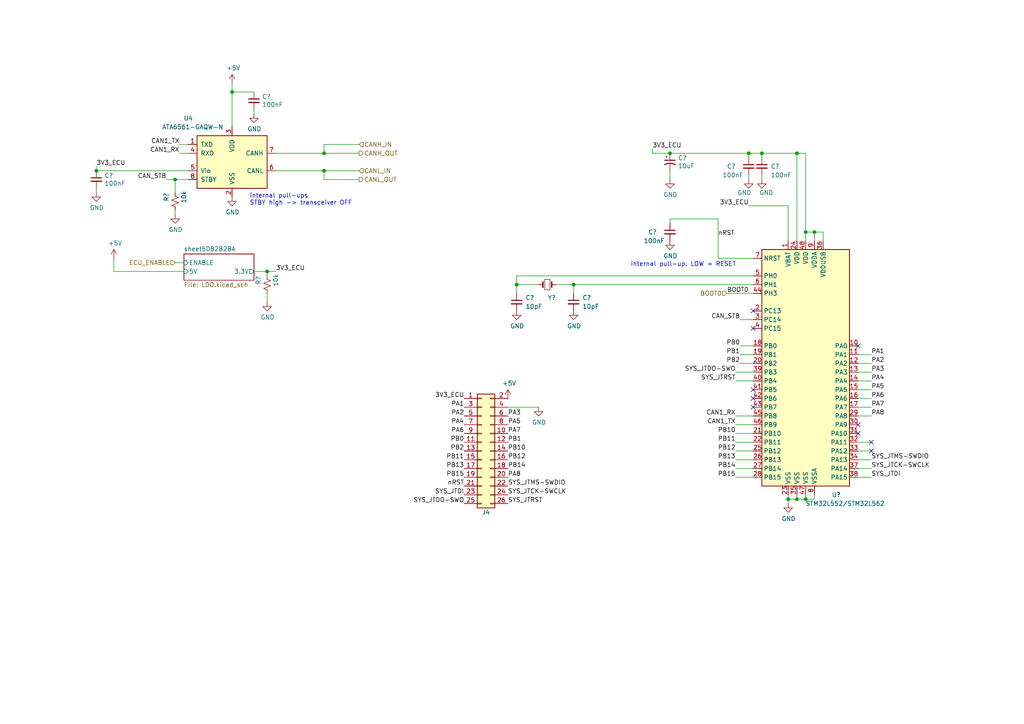
<source format=kicad_sch>
(kicad_sch (version 20231120) (generator "eeschema") (generator_version "8.0")
  (paper "A4")
  (title_block (title "RAMN: Resistant Automotive Miniature Network V1.0") (date "2024-02-20") (rev "B2L") (company "Copyright (c) 2024 TOYOTA MOTOR CORPORATION. ALL RIGHTS RESERVED.") (comment 3 "License: CC BY-SA 4.0") (comment 4 "https://github.com/toyotainfotech/ramn"))
  (lib_symbols
    (symbol "Connector_Generic:Conn_02x13_Odd_Even" (pin_names (offset 1.016) hide)
      (property "Reference" "J" (at 1.27 17.78 0))
      (property "Value" "Conn_02x13_Odd_Even" (at 1.27 -17.78 0))
      (symbol "Conn_02x13_Odd_Even_1_1"
        (rectangle (start -1.27 -15.113) (end 0 -15.367) (stroke (width 0.1524)))
        (rectangle (start -1.27 -12.573) (end 0 -12.827) (stroke (width 0.1524)))
        (rectangle (start -1.27 -10.033) (end 0 -10.287) (stroke (width 0.1524)))
        (rectangle (start -1.27 -7.493) (end 0 -7.747) (stroke (width 0.1524)))
        (rectangle (start -1.27 -4.953) (end 0 -5.207) (stroke (width 0.1524)))
        (rectangle (start -1.27 -2.413) (end 0 -2.667) (stroke (width 0.1524)))
        (rectangle (start -1.27 0.127) (end 0 -0.127) (stroke (width 0.1524)))
        (rectangle (start -1.27 2.667) (end 0 2.413) (stroke (width 0.1524)))
        (rectangle (start -1.27 5.207) (end 0 4.953) (stroke (width 0.1524)))
        (rectangle (start -1.27 7.747) (end 0 7.493) (stroke (width 0.1524)))
        (rectangle (start -1.27 10.287) (end 0 10.033) (stroke (width 0.1524)))
        (rectangle (start -1.27 12.827) (end 0 12.573) (stroke (width 0.1524)))
        (rectangle (start -1.27 15.367) (end 0 15.113) (stroke (width 0.1524)))
        (rectangle (start -1.27 16.51) (end 3.81 -16.51) (stroke (width 0.254)) (fill (type background)))
        (rectangle (start 3.81 -15.113) (end 2.54 -15.367) (stroke (width 0.1524)))
        (rectangle (start 3.81 -12.573) (end 2.54 -12.827) (stroke (width 0.1524)))
        (rectangle (start 3.81 -10.033) (end 2.54 -10.287) (stroke (width 0.1524)))
        (rectangle (start 3.81 -7.493) (end 2.54 -7.747) (stroke (width 0.1524)))
        (rectangle (start 3.81 -4.953) (end 2.54 -5.207) (stroke (width 0.1524)))
        (rectangle (start 3.81 -2.413) (end 2.54 -2.667) (stroke (width 0.1524)))
        (rectangle (start 3.81 0.127) (end 2.54 -0.127) (stroke (width 0.1524)))
        (rectangle (start 3.81 2.667) (end 2.54 2.413) (stroke (width 0.1524)))
        (rectangle (start 3.81 5.207) (end 2.54 4.953) (stroke (width 0.1524)))
        (rectangle (start 3.81 7.747) (end 2.54 7.493) (stroke (width 0.1524)))
        (rectangle (start 3.81 10.287) (end 2.54 10.033) (stroke (width 0.1524)))
        (rectangle (start 3.81 12.827) (end 2.54 12.573) (stroke (width 0.1524)))
        (rectangle (start 3.81 15.367) (end 2.54 15.113) (stroke (width 0.1524)))
        (pin passive line (at -5.08 15.24 0) (length 3.81) (name "Pin_1") (number "1"))
        (pin passive line (at 7.62 5.08 180) (length 3.81) (name "Pin_10") (number "10"))
        (pin passive line (at -5.08 2.54 0) (length 3.81) (name "Pin_11") (number "11"))
        (pin passive line (at 7.62 2.54 180) (length 3.81) (name "Pin_12") (number "12"))
        (pin passive line (at -5.08 0 0) (length 3.81) (name "Pin_13") (number "13"))
        (pin passive line (at 7.62 0 180) (length 3.81) (name "Pin_14") (number "14"))
        (pin passive line (at -5.08 -2.54 0) (length 3.81) (name "Pin_15") (number "15"))
        (pin passive line (at 7.62 -2.54 180) (length 3.81) (name "Pin_16") (number "16"))
        (pin passive line (at -5.08 -5.08 0) (length 3.81) (name "Pin_17") (number "17"))
        (pin passive line (at 7.62 -5.08 180) (length 3.81) (name "Pin_18") (number "18"))
        (pin passive line (at -5.08 -7.62 0) (length 3.81) (name "Pin_19") (number "19"))
        (pin passive line (at 7.62 15.24 180) (length 3.81) (name "Pin_2") (number "2"))
        (pin passive line (at 7.62 -7.62 180) (length 3.81) (name "Pin_20") (number "20"))
        (pin passive line (at -5.08 -10.16 0) (length 3.81) (name "Pin_21") (number "21"))
        (pin passive line (at 7.62 -10.16 180) (length 3.81) (name "Pin_22") (number "22"))
        (pin passive line (at -5.08 -12.7 0) (length 3.81) (name "Pin_23") (number "23"))
        (pin passive line (at 7.62 -12.7 180) (length 3.81) (name "Pin_24") (number "24"))
        (pin passive line (at -5.08 -15.24 0) (length 3.81) (name "Pin_25") (number "25"))
        (pin passive line (at 7.62 -15.24 180) (length 3.81) (name "Pin_26") (number "26"))
        (pin passive line (at -5.08 12.7 0) (length 3.81) (name "Pin_3") (number "3"))
        (pin passive line (at 7.62 12.7 180) (length 3.81) (name "Pin_4") (number "4"))
        (pin passive line (at -5.08 10.16 0) (length 3.81) (name "Pin_5") (number "5"))
        (pin passive line (at 7.62 10.16 180) (length 3.81) (name "Pin_6") (number "6"))
        (pin passive line (at -5.08 7.62 0) (length 3.81) (name "Pin_7") (number "7"))
        (pin passive line (at 7.62 7.62 180) (length 3.81) (name "Pin_8") (number "8"))
        (pin passive line (at -5.08 5.08 0) (length 3.81) (name "Pin_9") (number "9"))
      )
    )
    (symbol "Device:C_Small" (pin_numbers hide) (pin_names (offset 0.254) hide)
      (property "Reference" "C" (at 0.254 1.778 0))
      (property "Value" "C_Small" (at 0.254 -2.032 0))
      (symbol "C_Small_0_1"
        (polyline (pts (xy -1.524 -0.508) (xy 1.524 -0.508)) (stroke (width 0.3302)))
        (polyline (pts (xy -1.524 0.508) (xy 1.524 0.508)) (stroke (width 0.3048)))
      )
      (symbol "C_Small_1_1"
        (pin passive line (at 0 2.54 270) (length 2.032) (name "~") (number "1"))
        (pin passive line (at 0 -2.54 90) (length 2.032) (name "~") (number "2"))
      )
    )
    (symbol "Device:Crystal_Small" (pin_numbers hide) (pin_names (offset 1.016) hide)
      (property "Reference" "Y" (at 0 2.54 0))
      (property "Value" "Crystal_Small" (at 0 -2.54 0))
      (symbol "Crystal_Small_0_1"
        (rectangle (start -0.762 -1.524) (end 0.762 1.524))
        (polyline (pts (xy -1.27 -0.762) (xy -1.27 0.762)) (stroke (width 0.381)))
        (polyline (pts (xy 1.27 -0.762) (xy 1.27 0.762)) (stroke (width 0.381)))
      )
      (symbol "Crystal_Small_1_1"
        (pin passive line (at -2.54 0 0) (length 1.27) (name "1") (number "1"))
        (pin passive line (at 2.54 0 180) (length 1.27) (name "2") (number "2"))
      )
    )
    (symbol "Device:R_Small_US" (pin_numbers hide) (pin_names (offset 0.254) hide)
      (property "Reference" "R" (at 0.762 0.508 0))
      (property "Value" "R_Small_US" (at 0.762 -1.016 0))
      (symbol "R_Small_US_1_1"
        (polyline (pts (xy 0 0) (xy 1.016 -0.381) (xy 0 -0.762) (xy -1.016 -1.143) (xy 0 -1.524)))
        (polyline (pts (xy 0 1.524) (xy 1.016 1.143) (xy 0 0.762) (xy -1.016 0.381) (xy 0 0)))
        (pin passive line (at 0 2.54 270) (length 1.016) (name "~") (number "1"))
        (pin passive line (at 0 -2.54 90) (length 1.016) (name "~") (number "2"))
      )
    )
    (symbol "Interface_CAN_LIN:MCP2562-E-SN" (pin_names (offset 1.016))
      (property "Reference" "U" (at -10.16 8.89 0))
      (property "Value" "MCP2562-E-SN" (at 2.54 8.89 0))
      (symbol "MCP2562-E-SN_0_1"
        (rectangle (start -10.16 7.62) (end 10.16 -7.62) (stroke (width 0.254)) (fill (type background)))
      )
      (symbol "MCP2562-E-SN_1_1"
        (pin input line (at -12.7 5.08 0) (length 2.54) (name "TXD") (number "1"))
        (pin power_in line (at 0 -10.16 90) (length 2.54) (name "VSS") (number "2"))
        (pin power_in line (at 0 10.16 270) (length 2.54) (name "VDD") (number "3"))
        (pin output line (at -12.7 2.54 0) (length 2.54) (name "RXD") (number "4"))
        (pin power_in line (at -12.7 -2.54 0) (length 2.54) (name "Vio") (number "5"))
        (pin bidirectional line (at 12.7 -2.54 180) (length 2.54) (name "CANL") (number "6"))
        (pin bidirectional line (at 12.7 2.54 180) (length 2.54) (name "CANH") (number "7"))
        (pin input line (at -12.7 -5.08 0) (length 2.54) (name "STBY") (number "8"))
      )
    )
    (symbol "ramn-rescue:+5V-power" (power) (pin_names (offset 0))
      (property "Value" "power_+5V" (at 0 3.556 0))
      (symbol "+5V-power_0_1"
        (polyline (pts (xy -0.762 1.27) (xy 0 2.54)))
        (polyline (pts (xy 0 0) (xy 0 2.54)))
        (polyline (pts (xy 0 2.54) (xy 0.762 1.27)))
      )
      (symbol "+5V-power_1_1"
        (pin power_in line (at 0 0 90) (length 0) hide (name "+5V") (number "1"))
      )
    )
    (symbol "ramn-rescue:CP1_Small-Device" (pin_numbers hide) (pin_names (offset 0.254) hide)
      (property "Reference" "C" (at 0.254 1.778 0))
      (property "Value" "Device_CP1_Small" (at 0.254 -2.032 0))
      (symbol "CP1_Small-Device_0_1"
        (polyline (pts (xy -1.524 0.508) (xy 1.524 0.508)) (stroke (width 0.3048)))
        (polyline (pts (xy -1.27 1.524) (xy -0.762 1.524)))
        (polyline (pts (xy -1.016 1.27) (xy -1.016 1.778)))
        (arc (start 1.524 -0.762) (mid 0 -0.3734) (end -1.524 -0.762) (stroke (width 0.3048)))
      )
      (symbol "CP1_Small-Device_1_1"
        (pin passive line (at 0 2.54 270) (length 2.032) (name "~") (number "1"))
        (pin passive line (at 0 -2.54 90) (length 2.032) (name "~") (number "2"))
      )
    )
    (symbol "ramn-rescue:GND-power" (power) (pin_names (offset 0))
      (property "Value" "power_GND" (at 0 -3.81 0))
      (symbol "GND-power_0_1"
        (polyline (pts (xy 0 0) (xy 0 -1.27) (xy 1.27 -1.27) (xy 0 -2.54) (xy -1.27 -1.27) (xy 0 -1.27)))
      )
      (symbol "GND-power_1_1"
        (pin power_in line (at 0 0 270) (length 0) hide (name "GND") (number "1"))
      )
    )
    (symbol "ramn-rescue:STM32L443CCTx-MCU_ST_STM32L4"
      (property "Reference" "U" (at -12.7 34.29 0))
      (property "Value" "MCU_ST_STM32L4_STM32L443CCTx" (at 7.62 34.29 0))
      (symbol "STM32L443CCTx-MCU_ST_STM32L4_0_1"
        (rectangle (start -12.7 -35.56) (end 12.7 33.02) (stroke (width 0.254)) (fill (type background)))
      )
      (symbol "STM32L443CCTx-MCU_ST_STM32L4_1_1"
        (pin power_in line (at -5.08 35.56 270) (length 2.54) (name "VBAT") (number "1"))
        (pin bidirectional line (at 15.24 5.08 180) (length 2.54) (name "PA0") (number "10"))
        (pin bidirectional line (at 15.24 2.54 180) (length 2.54) (name "PA1") (number "11"))
        (pin bidirectional line (at 15.24 0 180) (length 2.54) (name "PA2") (number "12"))
        (pin bidirectional line (at 15.24 -2.54 180) (length 2.54) (name "PA3") (number "13"))
        (pin bidirectional line (at 15.24 -5.08 180) (length 2.54) (name "PA4") (number "14"))
        (pin bidirectional line (at 15.24 -7.62 180) (length 2.54) (name "PA5") (number "15"))
        (pin bidirectional line (at 15.24 -10.16 180) (length 2.54) (name "PA6") (number "16"))
        (pin bidirectional line (at 15.24 -12.7 180) (length 2.54) (name "PA7") (number "17"))
        (pin bidirectional line (at -15.24 5.08 0) (length 2.54) (name "PB0") (number "18"))
        (pin bidirectional line (at -15.24 2.54 0) (length 2.54) (name "PB1") (number "19"))
        (pin bidirectional line (at -15.24 15.24 0) (length 2.54) (name "PC13") (number "2"))
        (pin bidirectional line (at -15.24 0 0) (length 2.54) (name "PB2") (number "20"))
        (pin bidirectional line (at -15.24 -20.32 0) (length 2.54) (name "PB10") (number "21"))
        (pin bidirectional line (at -15.24 -22.86 0) (length 2.54) (name "PB11") (number "22"))
        (pin power_in line (at -5.08 -38.1 90) (length 2.54) (name "VSS") (number "23"))
        (pin power_in line (at -2.54 35.56 270) (length 2.54) (name "VDD") (number "24"))
        (pin bidirectional line (at -15.24 -25.4 0) (length 2.54) (name "PB12") (number "25"))
        (pin bidirectional line (at -15.24 -27.94 0) (length 2.54) (name "PB13") (number "26"))
        (pin bidirectional line (at -15.24 -30.48 0) (length 2.54) (name "PB14") (number "27"))
        (pin bidirectional line (at -15.24 -33.02 0) (length 2.54) (name "PB15") (number "28"))
        (pin bidirectional line (at 15.24 -15.24 180) (length 2.54) (name "PA8") (number "29"))
        (pin bidirectional line (at -15.24 12.7 0) (length 2.54) (name "PC14") (number "3"))
        (pin bidirectional line (at 15.24 -17.78 180) (length 2.54) (name "PA9") (number "30"))
        (pin bidirectional line (at 15.24 -20.32 180) (length 2.54) (name "PA10") (number "31"))
        (pin bidirectional line (at 15.24 -22.86 180) (length 2.54) (name "PA11") (number "32"))
        (pin bidirectional line (at 15.24 -25.4 180) (length 2.54) (name "PA12") (number "33"))
        (pin bidirectional line (at 15.24 -27.94 180) (length 2.54) (name "PA13") (number "34"))
        (pin power_in line (at -2.54 -38.1 90) (length 2.54) (name "VSS") (number "35"))
        (pin power_in line (at 5.08 35.56 270) (length 2.54) (name "VDDUSB") (number "36"))
        (pin bidirectional line (at 15.24 -30.48 180) (length 2.54) (name "PA14") (number "37"))
        (pin bidirectional line (at 15.24 -33.02 180) (length 2.54) (name "PA15") (number "38"))
        (pin bidirectional line (at -15.24 -2.54 0) (length 2.54) (name "PB3") (number "39"))
        (pin bidirectional line (at -15.24 10.16 0) (length 2.54) (name "PC15") (number "4"))
        (pin bidirectional line (at -15.24 -5.08 0) (length 2.54) (name "PB4") (number "40"))
        (pin bidirectional line (at -15.24 -7.62 0) (length 2.54) (name "PB5") (number "41"))
        (pin bidirectional line (at -15.24 -10.16 0) (length 2.54) (name "PB6") (number "42"))
        (pin bidirectional line (at -15.24 -12.7 0) (length 2.54) (name "PB7") (number "43"))
        (pin bidirectional line (at -15.24 20.32 0) (length 2.54) (name "PH3") (number "44"))
        (pin bidirectional line (at -15.24 -15.24 0) (length 2.54) (name "PB8") (number "45"))
        (pin bidirectional line (at -15.24 -17.78 0) (length 2.54) (name "PB9") (number "46"))
        (pin power_in line (at 0 -38.1 90) (length 2.54) (name "VSS") (number "47"))
        (pin power_in line (at 0 35.56 270) (length 2.54) (name "VDD") (number "48"))
        (pin input line (at -15.24 25.4 0) (length 2.54) (name "PH0") (number "5"))
        (pin input line (at -15.24 22.86 0) (length 2.54) (name "PH1") (number "6"))
        (pin input line (at -15.24 30.48 0) (length 2.54) (name "NRST") (number "7"))
        (pin power_in line (at 2.54 -38.1 90) (length 2.54) (name "VSSA") (number "8"))
        (pin power_in line (at 2.54 35.56 270) (length 2.54) (name "VDDA") (number "9"))
      )
    )
  )
  (junction (at 27.94 49.53))
  (junction (at 50.8 52.07))
  (junction (at 228.6 144.78))
  (junction (at 77.47 78.74))
  (junction (at 236.22 67.31))
  (junction (at 166.37 82.55))
  (junction (at 194.31 44.45))
  (junction (at 149.86 82.55))
  (junction (at 231.14 44.45))
  (junction (at 67.31 26.67))
  (junction (at 231.14 144.78))
  (junction (at 220.98 44.45))
  (junction (at 93.98 44.45))
  (junction (at 233.68 144.78))
  (junction (at 233.68 67.31))
  (junction (at 217.17 44.45))
  (junction (at 93.98 49.53))
  (no_connect (at 218.44 95.25))
  (no_connect (at 218.44 118.11))
  (no_connect (at 252.73 130.81))
  (no_connect (at 248.92 100.33))
  (no_connect (at 252.73 128.27))
  (no_connect (at 248.92 125.73))
  (no_connect (at 218.44 90.17))
  (no_connect (at 218.44 113.03))
  (no_connect (at 248.92 123.19))
  (no_connect (at 218.44 115.57))
  (wire (pts (xy 231.14 69.85) (xy 231.14 44.45)))
  (wire (pts (xy 217.17 50.8) (xy 217.17 52.07)))
  (wire (pts (xy 149.86 82.55) (xy 149.86 85.09)))
  (wire (pts (xy 194.31 49.53) (xy 194.31 52.07)))
  (wire (pts (xy 149.86 82.55) (xy 156.21 82.55)))
  (wire (pts (xy 252.73 128.27) (xy 248.92 128.27)))
  (wire (pts (xy 236.22 144.78) (xy 233.68 144.78)))
  (wire (pts (xy 80.01 49.53) (xy 93.98 49.53)))
  (wire (pts (xy 220.98 44.45) (xy 220.98 45.72)))
  (wire (pts (xy 236.22 143.51) (xy 236.22 144.78)))
  (wire (pts (xy 213.36 128.27) (xy 218.44 128.27)))
  (wire (pts (xy 248.92 105.41) (xy 252.73 105.41)))
  (wire (pts (xy 93.98 52.07) (xy 104.14 52.07)))
  (wire (pts (xy 233.68 143.51) (xy 233.68 144.78)))
  (wire (pts (xy 213.36 130.81) (xy 218.44 130.81)))
  (wire (pts (xy 248.92 133.35) (xy 252.73 133.35)))
  (wire (pts (xy 166.37 82.55) (xy 218.44 82.55)))
  (wire (pts (xy 233.68 144.78) (xy 231.14 144.78)))
  (wire (pts (xy 248.92 110.49) (xy 252.73 110.49)))
  (wire (pts (xy 54.61 52.07) (xy 50.8 52.07)))
  (wire (pts (xy 77.47 80.01) (xy 77.47 78.74)))
  (wire (pts (xy 208.28 74.93) (xy 218.44 74.93)))
  (wire (pts (xy 228.6 59.69) (xy 228.6 69.85)))
  (wire (pts (xy 214.63 102.87) (xy 218.44 102.87)))
  (wire (pts (xy 93.98 49.53) (xy 104.14 49.53)))
  (wire (pts (xy 238.76 67.31) (xy 238.76 69.85)))
  (wire (pts (xy 213.36 123.19) (xy 218.44 123.19)))
  (wire (pts (xy 80.01 44.45) (xy 93.98 44.45)))
  (wire (pts (xy 33.02 78.74) (xy 53.34 78.74)))
  (wire (pts (xy 77.47 85.09) (xy 77.47 87.63)))
  (wire (pts (xy 248.92 118.11) (xy 252.73 118.11)))
  (wire (pts (xy 220.98 50.8) (xy 220.98 52.07)))
  (wire (pts (xy 93.98 44.45) (xy 93.98 41.91)))
  (wire (pts (xy 228.6 144.78) (xy 228.6 146.05)))
  (wire (pts (xy 248.92 130.81) (xy 252.73 130.81)))
  (wire (pts (xy 248.92 107.95) (xy 252.73 107.95)))
  (wire (pts (xy 67.31 26.67) (xy 67.31 36.83)))
  (wire (pts (xy 231.14 144.78) (xy 228.6 144.78)))
  (wire (pts (xy 217.17 44.45) (xy 217.17 45.72)))
  (wire (pts (xy 213.36 138.43) (xy 218.44 138.43)))
  (wire (pts (xy 248.92 102.87) (xy 252.73 102.87)))
  (wire (pts (xy 189.23 44.45) (xy 189.23 43.18)))
  (wire (pts (xy 161.29 82.55) (xy 166.37 82.55)))
  (wire (pts (xy 218.44 110.49) (xy 213.36 110.49)))
  (wire (pts (xy 236.22 69.85) (xy 236.22 67.31)))
  (wire (pts (xy 248.92 120.65) (xy 252.73 120.65)))
  (wire (pts (xy 93.98 44.45) (xy 104.14 44.45)))
  (wire (pts (xy 67.31 24.13) (xy 67.31 26.67)))
  (wire (pts (xy 194.31 63.5) (xy 208.28 63.5)))
  (wire (pts (xy 236.22 67.31) (xy 233.68 67.31)))
  (wire (pts (xy 166.37 82.55) (xy 166.37 85.09)))
  (wire (pts (xy 214.63 105.41) (xy 218.44 105.41)))
  (wire (pts (xy 252.73 138.43) (xy 248.92 138.43)))
  (wire (pts (xy 233.68 67.31) (xy 233.68 44.45)))
  (wire (pts (xy 147.32 118.11) (xy 156.21 118.11)))
  (wire (pts (xy 33.02 74.93) (xy 33.02 78.74)))
  (wire (pts (xy 73.66 26.67) (xy 67.31 26.67)))
  (wire (pts (xy 228.6 143.51) (xy 228.6 144.78)))
  (wire (pts (xy 27.94 49.53) (xy 54.61 49.53)))
  (wire (pts (xy 50.8 52.07) (xy 48.26 52.07)))
  (wire (pts (xy 50.8 52.07) (xy 50.8 55.88)))
  (wire (pts (xy 50.8 76.2) (xy 53.34 76.2)))
  (wire (pts (xy 194.31 44.45) (xy 217.17 44.45)))
  (wire (pts (xy 217.17 59.69) (xy 228.6 59.69)))
  (wire (pts (xy 213.36 133.35) (xy 218.44 133.35)))
  (wire (pts (xy 217.17 44.45) (xy 220.98 44.45)))
  (wire (pts (xy 218.44 92.71) (xy 214.63 92.71)))
  (wire (pts (xy 210.82 85.09) (xy 218.44 85.09)))
  (wire (pts (xy 194.31 44.45) (xy 189.23 44.45)))
  (wire (pts (xy 77.47 78.74) (xy 80.01 78.74)))
  (wire (pts (xy 231.14 143.51) (xy 231.14 144.78)))
  (wire (pts (xy 248.92 115.57) (xy 252.73 115.57)))
  (wire (pts (xy 248.92 113.03) (xy 252.73 113.03)))
  (wire (pts (xy 213.36 125.73) (xy 218.44 125.73)))
  (wire (pts (xy 93.98 41.91) (xy 104.14 41.91)))
  (wire (pts (xy 220.98 44.45) (xy 231.14 44.45)))
  (wire (pts (xy 252.73 135.89) (xy 248.92 135.89)))
  (wire (pts (xy 93.98 52.07) (xy 93.98 49.53)))
  (wire (pts (xy 213.36 120.65) (xy 218.44 120.65)))
  (wire (pts (xy 214.63 100.33) (xy 218.44 100.33)))
  (wire (pts (xy 73.66 31.75) (xy 73.66 33.02)))
  (wire (pts (xy 218.44 107.95) (xy 213.36 107.95)))
  (wire (pts (xy 27.94 48.26) (xy 27.94 49.53)))
  (wire (pts (xy 149.86 80.01) (xy 149.86 82.55)))
  (wire (pts (xy 27.94 54.61) (xy 27.94 55.88)))
  (wire (pts (xy 52.07 44.45) (xy 54.61 44.45)))
  (wire (pts (xy 149.86 80.01) (xy 218.44 80.01)))
  (wire (pts (xy 236.22 67.31) (xy 238.76 67.31)))
  (wire (pts (xy 231.14 44.45) (xy 233.68 44.45)))
  (wire (pts (xy 208.28 63.5) (xy 208.28 74.93)))
  (wire (pts (xy 52.07 41.91) (xy 54.61 41.91)))
  (wire (pts (xy 213.36 135.89) (xy 218.44 135.89)))
  (wire (pts (xy 50.8 60.96) (xy 50.8 62.23)))
  (wire (pts (xy 73.66 78.74) (xy 77.47 78.74)))
  (wire (pts (xy 233.68 69.85) (xy 233.68 67.31)))
  (wire (pts (xy 194.31 64.77) (xy 194.31 63.5)))
  (text "internal pull-up. LOW = RESET" (at 182.88 77.47 0) (effects (font (size 1.27 1.27)) (justify left bottom)))
  (text "internal pull-ups\nSTBY high -> transceiver OFF" (at 72.39 59.69 0) (effects (font (size 1.27 1.27)) (justify left bottom)))
  (label "PA1" (at 252.73 102.87 0))
  (label "PA1" (at 134.62 118.11 180))
  (label "PA5" (at 252.73 113.03 0))
  (label "SYS_JTDO-SWO" (at 213.36 107.95 180))
  (label "SYS_JTRST" (at 213.36 110.49 180))
  (label "PB14" (at 147.32 135.89 0))
  (label "CAN1_TX" (at 213.36 123.19 180))
  (label "PB1" (at 214.63 102.87 180))
  (label "PB0" (at 214.63 100.33 180))
  (label "PA8" (at 147.32 138.43 0))
  (label "PB11" (at 134.62 133.35 180))
  (label "PA3" (at 252.73 107.95 0))
  (label "PB15" (at 134.62 138.43 180))
  (label "PA6" (at 134.62 125.73 180))
  (label "PA8" (at 252.73 120.65 0))
  (label "CAN1_RX" (at 52.07 44.45 180))
  (label "CAN1_RX" (at 213.36 120.65 180))
  (label "PB15" (at 213.36 138.43 180))
  (label "BOOT0" (at 217.17 85.09 180))
  (label "PB12" (at 147.32 133.35 0))
  (label "PB12" (at 213.36 130.81 180))
  (label "PA7" (at 147.32 125.73 0))
  (label "PB1" (at 147.32 128.27 0))
  (label "nRST" (at 208.28 68.58 0))
  (label "CAN1_TX" (at 52.07 41.91 180))
  (label "3V3_ECU" (at 27.94 48.26 0))
  (label "PA4" (at 252.73 110.49 0))
  (label "PB14" (at 213.36 135.89 180))
  (label "SYS_JTCK-SWCLK" (at 147.32 143.51 0))
  (label "PA2" (at 252.73 105.41 0))
  (label "PA3" (at 147.32 120.65 0))
  (label "PB2" (at 134.62 130.81 180))
  (label "PB0" (at 134.62 128.27 180))
  (label "PA7" (at 252.73 118.11 0))
  (label "3V3_ECU" (at 134.62 115.57 180))
  (label "SYS_JTDO-SWO" (at 134.62 146.05 180))
  (label "PA4" (at 134.62 123.19 180))
  (label "nRST" (at 134.62 140.97 180))
  (label "PB13" (at 213.36 133.35 180))
  (label "SYS_JTCK-SWCLK" (at 252.73 135.89 0))
  (label "PB10" (at 213.36 125.73 180))
  (label "3V3_ECU" (at 80.01 78.74 0))
  (label "3V3_ECU" (at 217.17 59.69 180))
  (label "PB2" (at 214.63 105.41 180))
  (label "SYS_JTMS-SWDIO" (at 252.73 133.35 0))
  (label "CAN_STB" (at 214.63 92.71 180))
  (label "PA2" (at 134.62 120.65 180))
  (label "CAN_STB" (at 48.26 52.07 180))
  (label "SYS_JTDI" (at 252.73 138.43 0))
  (label "PA6" (at 252.73 115.57 0))
  (label "SYS_JTDI" (at 134.62 143.51 180))
  (label "PB13" (at 134.62 135.89 180))
  (label "SYS_JTRST" (at 147.32 146.05 0))
  (label "SYS_JTMS-SWDIO" (at 147.32 140.97 0))
  (label "3V3_ECU" (at 189.23 43.18 0))
  (label "PB11" (at 213.36 128.27 180))
  (label "PA5" (at 147.32 123.19 0))
  (label "PB10" (at 147.32 130.81 0))
  (hierarchical_label "BOOT0" (shape input) (at 210.82 85.09 180))
  (hierarchical_label "CANH_IN" (shape input) (at 104.14 41.91 0))
  (hierarchical_label "CANH_OUT" (shape output) (at 104.14 44.45 0))
  (hierarchical_label "ECU_ENABLE" (shape input) (at 50.8 76.2 180))
  (hierarchical_label "CANL_OUT" (shape output) (at 104.14 52.07 0))
  (hierarchical_label "CANL_IN" (shape input) (at 104.14 49.53 0))
  (symbol (lib_id "ramn-rescue:GND-power") (at 67.31 57.15 0) (unit 1)
    (property "Reference" "#PWR?" (effects (hide yes)))
    (property "Value" "GND" (at 67.437 61.5442 0))
    (instances (project "" (path "" (reference "#PWR?") (unit 1)) (path "" (reference "#PWR028") (unit 1)) (path "" (reference "#PWR?") (unit 1)) (path "" (reference "#PWR047") (unit 1))))
  )
  (symbol (lib_id "ramn-rescue:+5V-power") (at 67.31 24.13 0) (unit 1)
    (property "Reference" "#PWR027" (effects (hide yes)))
    (property "Value" "+5V" (at 67.691 19.7358 0))
    (instances (project "" (path "" (reference "#PWR027") (unit 1)) (path "" (reference "#PWR?") (unit 1)) (path "" (reference "#PWR046") (unit 1))))
  )
  (symbol (lib_id "ramn-rescue:GND-power") (at 73.66 33.02 0) (unit 1)
    (property "Reference" "#PWR?" (effects (hide yes)))
    (property "Value" "GND" (at 73.787 37.4142 0))
    (instances (project "" (path "" (reference "#PWR?") (unit 1)) (path "" (reference "#PWR029") (unit 1)) (path "" (reference "#PWR?") (unit 1)) (path "" (reference "#PWR048") (unit 1))))
  )
  (symbol (lib_id "Device:C_Small") (at 73.66 29.21 0) (unit 1)
    (property "Reference" "C?" (at 75.9968 28.0416 0) (effects (justify left)))
    (property "Value" "100nF" (at 75.9968 30.353 0) (effects (justify left)))
    (property "Footprint" "Capacitor_SMD:C_0603_1608Metric" (effects (hide yes)))
    (instances (project "" (path "" (reference "C?") (unit 1)) (path "" (reference "C14") (unit 1)) (path "" (reference "C?") (unit 1)) (path "" (reference "C24") (unit 1))))
  )
  (symbol (lib_id "ramn-rescue:GND-power") (at 27.94 55.88 0) (unit 1)
    (property "Reference" "#PWR?" (effects (hide yes)))
    (property "Value" "GND" (at 28.067 60.2742 0))
    (instances (project "" (path "" (reference "#PWR?") (unit 1)) (path "" (reference "#PWR024") (unit 1)) (path "" (reference "#PWR?") (unit 1)) (path "" (reference "#PWR043") (unit 1))))
  )
  (symbol (lib_id "Device:C_Small") (at 27.94 52.07 0) (unit 1)
    (property "Reference" "C?" (at 30.2768 50.9016 0) (effects (justify left)))
    (property "Value" "100nF" (at 30.2768 53.213 0) (effects (justify left)))
    (property "Footprint" "Capacitor_SMD:C_0603_1608Metric" (effects (hide yes)))
    (instances (project "" (path "" (reference "C?") (unit 1)) (path "" (reference "C13") (unit 1)) (path "" (reference "C?") (unit 1)) (path "" (reference "C23") (unit 1))))
  )
  (symbol (lib_id "Interface_CAN_LIN:MCP2562-E-SN") (at 67.31 46.99 0) (unit 1)
    (property "Reference" "U4" (at 54.61 34.29 0))
    (property "Value" "ATA6561-GAQW-N" (at 55.88 36.83 0))
    (property "Footprint" "Package_SO:SOIC-8_3.9x4.9mm_P1.27mm" (effects (hide yes)))
    (instances (project "" (path "" (reference "U4") (unit 1)) (path "" (reference "U?") (unit 1)) (path "" (reference "U7") (unit 1))))
  )
  (symbol (lib_id "ramn-rescue:GND-power") (at 149.86 90.17 0) (unit 1)
    (property "Reference" "#PWR?" (effects (hide yes)))
    (property "Value" "GND" (at 149.987 94.5642 0))
    (instances (project "" (path "" (reference "#PWR?") (unit 1)) (path "" (reference "#PWR032") (unit 1)) (path "" (reference "#PWR?") (unit 1)) (path "" (reference "#PWR051") (unit 1))))
  )
  (symbol (lib_id "ramn-rescue:GND-power") (at 166.37 90.17 0) (unit 1)
    (property "Reference" "#PWR?" (effects (hide yes)))
    (property "Value" "GND" (at 166.497 94.5642 0))
    (instances (project "" (path "" (reference "#PWR?") (unit 1)) (path "" (reference "#PWR034") (unit 1)) (path "" (reference "#PWR?") (unit 1)) (path "" (reference "#PWR053") (unit 1))))
  )
  (symbol (lib_id "Device:C_Small") (at 166.37 87.63 0) (unit 1)
    (property "Reference" "C?" (at 168.91 86.36 0) (effects (justify left)))
    (property "Value" "10pF" (at 168.91 88.9 0) (effects (justify left)))
    (property "Footprint" "Capacitor_SMD:C_0603_1608Metric" (effects (hide yes)))
    (instances (project "" (path "" (reference "C?") (unit 1)) (path "" (reference "C16") (unit 1)) (path "" (reference "C?") (unit 1)) (path "" (reference "C26") (unit 1))))
  )
  (symbol (lib_id "Device:C_Small") (at 149.86 87.63 0) (unit 1)
    (property "Reference" "C?" (at 152.4 86.36 0) (effects (justify left)))
    (property "Value" "10pF" (at 152.4 88.9 0) (effects (justify left)))
    (property "Footprint" "Capacitor_SMD:C_0603_1608Metric" (effects (hide yes)))
    (instances (project "" (path "" (reference "C?") (unit 1)) (path "" (reference "C15") (unit 1)) (path "" (reference "C?") (unit 1)) (path "" (reference "C25") (unit 1))))
  )
  (symbol (lib_id "Device:Crystal_Small") (at 158.75 82.55 0) (unit 1)
    (property "Reference" "Y?" (at 160.02 86.36 0))
    (property "Value" "NX3225GD-8MHZ-STD-CRA-3" (effects (hide yes)))
    (property "Footprint" "digikey-footprints:SMD-2_3.2x2.5mm" (effects (hide yes)))
    (instances (project "" (path "" (reference "Y?") (unit 1)) (path "" (reference "Y2") (unit 1)) (path "" (reference "Y?") (unit 1)) (path "" (reference "Y3") (unit 1))))
  )
  (symbol (lib_id "ramn-rescue:GND-power") (at 228.6 146.05 0) (unit 1)
    (property "Reference" "#PWR?" (effects (hide yes)))
    (property "Value" "GND" (at 228.727 150.4442 0))
    (instances (project "" (path "" (reference "#PWR?") (unit 1)) (path "" (reference "#PWR039") (unit 1)) (path "" (reference "#PWR?") (unit 1)) (path "" (reference "#PWR058") (unit 1))))
  )
  (symbol (lib_id "ramn-rescue:GND-power") (at 194.31 69.85 0) (unit 1)
    (property "Reference" "#PWR?" (effects (hide yes)))
    (property "Value" "GND" (at 194.437 74.2442 0))
    (instances (project "" (path "" (reference "#PWR?") (unit 1)) (path "" (reference "#PWR036") (unit 1)) (path "" (reference "#PWR?") (unit 1)) (path "" (reference "#PWR055") (unit 1))))
  )
  (symbol (lib_id "Device:C_Small") (at 194.31 67.31 0) (unit 1)
    (property "Reference" "C?" (at 187.96 67.31 0) (effects (justify left)))
    (property "Value" "100nF" (at 186.69 69.85 0) (effects (justify left)))
    (property "Footprint" "Capacitor_SMD:C_0603_1608Metric" (effects (hide yes)))
    (instances (project "" (path "" (reference "C?") (unit 1)) (path "" (reference "C18") (unit 1)) (path "" (reference "C?") (unit 1)) (path "" (reference "C28") (unit 1))))
  )
  (symbol (lib_id "ramn-rescue:CP1_Small-Device") (at 194.31 46.99 0) (unit 1)
    (property "Reference" "C?" (at 196.6214 45.8216 0) (effects (justify left)))
    (property "Value" "10uF" (at 196.6214 48.133 0) (effects (justify left)))
    (property "Footprint" "Capacitor_SMD:C_1206_3216Metric" (effects (hide yes)))
    (instances (project "" (path "" (reference "C?") (unit 1)) (path "" (reference "C17") (unit 1)) (path "" (reference "C?") (unit 1)) (path "" (reference "C27") (unit 1))))
  )
  (symbol (lib_id "ramn-rescue:GND-power") (at 194.31 52.07 0) (unit 1)
    (property "Reference" "#PWR?" (effects (hide yes)))
    (property "Value" "GND" (at 194.437 56.4642 0))
    (instances (project "" (path "" (reference "#PWR?") (unit 1)) (path "" (reference "#PWR035") (unit 1)) (path "" (reference "#PWR?") (unit 1)) (path "" (reference "#PWR054") (unit 1))))
  )
  (symbol (lib_id "ramn-rescue:GND-power") (at 217.17 52.07 0) (unit 1)
    (property "Reference" "#PWR?" (effects (hide yes)))
    (property "Value" "GND" (at 215.9 55.88 0))
    (instances (project "" (path "" (reference "#PWR?") (unit 1)) (path "" (reference "#PWR037") (unit 1)) (path "" (reference "#PWR?") (unit 1)) (path "" (reference "#PWR056") (unit 1))))
  )
  (symbol (lib_id "ramn-rescue:GND-power") (at 220.98 52.07 0) (unit 1)
    (property "Reference" "#PWR?" (effects (hide yes)))
    (property "Value" "GND" (at 222.25 55.88 0))
    (instances (project "" (path "" (reference "#PWR?") (unit 1)) (path "" (reference "#PWR038") (unit 1)) (path "" (reference "#PWR?") (unit 1)) (path "" (reference "#PWR057") (unit 1))))
  )
  (symbol (lib_id "Device:C_Small") (at 220.98 48.26 0) (unit 1)
    (property "Reference" "C?" (at 223.52 48.26 0) (effects (justify left)))
    (property "Value" "100nF" (at 223.52 50.8 0) (effects (justify left)))
    (property "Footprint" "Capacitor_SMD:C_0603_1608Metric" (effects (hide yes)))
    (instances (project "" (path "" (reference "C?") (unit 1)) (path "" (reference "C20") (unit 1)) (path "" (reference "C?") (unit 1)) (path "" (reference "C30") (unit 1))))
  )
  (symbol (lib_id "Device:C_Small") (at 217.17 48.26 0) (unit 1)
    (property "Reference" "C?" (at 210.82 48.26 0) (effects (justify left)))
    (property "Value" "100nF" (at 209.55 50.8 0) (effects (justify left)))
    (property "Footprint" "Capacitor_SMD:C_0603_1608Metric" (effects (hide yes)))
    (instances (project "" (path "" (reference "C?") (unit 1)) (path "" (reference "C19") (unit 1)) (path "" (reference "C?") (unit 1)) (path "" (reference "C29") (unit 1))))
  )
  (symbol (lib_id "ramn-rescue:STM32L443CCTx-MCU_ST_STM32L4") (at 233.68 105.41 0) (unit 1)
    (property "Reference" "U?" (at 242.57 143.51 0))
    (property "Value" "STM32L552/STM32L562" (at 245.11 146.05 0))
    (property "Footprint" "Package_QFP:LQFP-48_7x7mm_P0.5mm" (effects (hide yes)))
    (property "Datasheet" "http://www.st.com/st-web-ui/static/active/en/resource/technical/document/datasheet/DM00254865.pdf" (effects (hide yes)))
    (instances (project "" (path "" (reference "U?") (unit 1)) (path "" (reference "U5") (unit 1)) (path "" (reference "U?") (unit 1)) (path "" (reference "U8") (unit 1))))
  )
  (symbol (lib_id "ramn-rescue:+5V-power") (at 33.02 74.93 0) (unit 1)
    (property "Reference" "#PWR025" (effects (hide yes)))
    (property "Value" "+5V" (at 33.401 70.5358 0))
    (instances (project "" (path "" (reference "#PWR025") (unit 1)) (path "" (reference "#PWR?") (unit 1)) (path "" (reference "#PWR044") (unit 1))))
  )
  (symbol (lib_id "Device:R_Small_US") (at 50.8 58.42 0) (unit 1)
    (property "Reference" "R?" (at 48.26 57.15 90))
    (property "Value" "10k" (at 53.34 57.15 90))
    (property "Footprint" "Resistor_SMD:R_0603_1608Metric" (effects (hide yes)))
    (instances (project "" (path "" (reference "R?") (unit 1)) (path "" (reference "R10") (unit 1)) (path "" (reference "R12") (unit 1))))
  )
  (symbol (lib_id "ramn-rescue:GND-power") (at 50.8 62.23 0) (unit 1)
    (property "Reference" "#PWR?" (effects (hide yes)))
    (property "Value" "GND" (at 50.927 66.6242 0))
    (instances (project "" (path "" (reference "#PWR?") (unit 1)) (path "" (reference "#PWR026") (unit 1)) (path "" (reference "#PWR?") (unit 1)) (path "" (reference "#PWR045") (unit 1))))
  )
  (symbol (lib_id "ramn-rescue:GND-power") (at 156.21 118.11 0) (unit 1)
    (property "Reference" "#PWR?" (effects (hide yes)))
    (property "Value" "GND" (at 156.337 122.5042 0))
    (instances (project "" (path "" (reference "#PWR?") (unit 1)) (path "" (reference "#PWR033") (unit 1)) (path "" (reference "#PWR?") (unit 1)) (path "" (reference "#PWR052") (unit 1))))
  )
  (symbol (lib_id "ramn-rescue:+5V-power") (at 147.32 115.57 0) (unit 1)
    (property "Reference" "#PWR?" (effects (hide yes)))
    (property "Value" "+5V" (at 147.701 111.1758 0))
    (instances (project "" (path "" (reference "#PWR?") (unit 1)) (path "" (reference "#PWR031") (unit 1)) (path "" (reference "#PWR?") (unit 1)) (path "" (reference "#PWR050") (unit 1))))
  )
  (symbol (lib_id "Connector_Generic:Conn_02x13_Odd_Even") (at 139.7 130.81 0) (unit 1)
    (property "Reference" "J4" (at 140.97 148.59 0))
    (property "Value" " " (at 140.97 112.3696 0))
    (property "Footprint" "Connector_PinSocket_2.54mm:PinSocket_2x13_P2.54mm_Vertical" (effects (hide yes)))
    (instances (project "" (path "" (reference "J4") (unit 1)) (path "" (reference "J?") (unit 1)) (path "" (reference "J5") (unit 1))))
  )
  (symbol (lib_id "Device:R_Small_US") (at 77.47 82.55 0) (unit 1)
    (property "Reference" "R?" (at 74.93 81.28 90))
    (property "Value" "10k" (at 80.01 81.28 90))
    (property "Footprint" "Resistor_SMD:R_0603_1608Metric" (effects (hide yes)))
    (instances (project "" (path "" (reference "R?") (unit 1)) (path "" (reference "R11") (unit 1)) (path "" (reference "R13") (unit 1))))
  )
  (symbol (lib_id "ramn-rescue:GND-power") (at 77.47 87.63 0) (unit 1)
    (property "Reference" "#PWR?" (effects (hide yes)))
    (property "Value" "GND" (at 77.597 92.0242 0))
    (instances (project "" (path "" (reference "#PWR?") (unit 1)) (path "" (reference "#PWR030") (unit 1)) (path "" (reference "#PWR?") (unit 1)) (path "" (reference "#PWR049") (unit 1))))
  )
  (sheet (at 53.34 73.66) (size 20.32 7.62)
    (property "Sheetname" "sheet5D82B2BA" (at 53.34 72.9484 0) (effects (justify left bottom)))
    (property "Sheetfile" "LDO.kicad_sch" (at 53.34 81.8646 0) (effects (justify left top)))
    (pin "3.3V" output (at 73.66 78.74 0))
    (pin "5V" input (at 53.34 78.74 180))
    (pin "ENABLE" input (at 53.34 76.2 180))
  )
)
</source>
